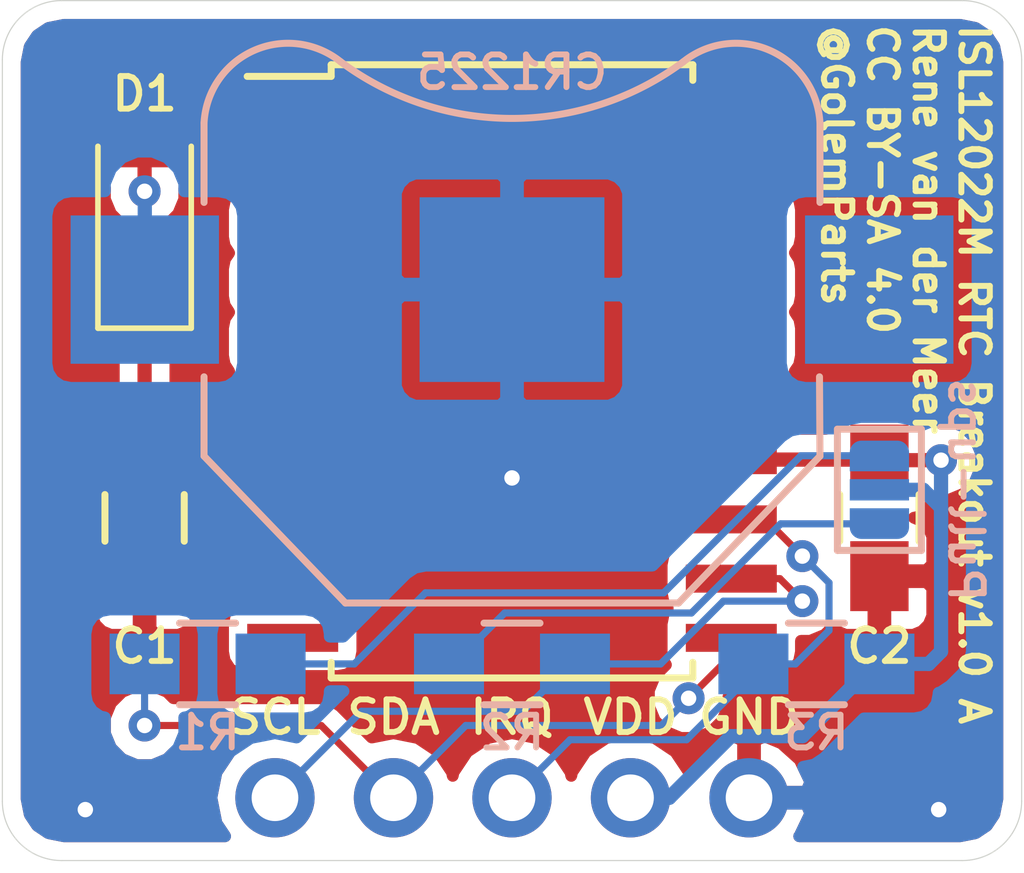
<source format=kicad_pcb>
(kicad_pcb (version 4) (host pcbnew 4.0.5)

  (general
    (links 29)
    (no_connects 1)
    (area 141.465299 59.347099 163.334701 77.812901)
    (thickness 1.6002)
    (drawings 15)
    (tracks 77)
    (zones 0)
    (modules 13)
    (nets 10)
  )

  (page A4)
  (title_block
    (title "ISL12022M RTC Breakout v1.0")
    (date 2017-02-01)
    (rev A)
    (company "Rene van der Meer / rene@golemparts.com / @GolemParts")
    (comment 2 https://creativecommons.org/licenses/by-sa/4.0/.)
    (comment 3 "License. To view a copy of this license, visit")
    (comment 4 "This work is licensed under the Creative Commons Attribution-ShareAlike 4.0 International")
  )

  (layers
    (0 Top signal)
    (31 Bottom signal)
    (36 B.SilkS user)
    (37 F.SilkS user)
    (38 B.Mask user)
    (39 F.Mask user)
    (41 Cmts.User user)
    (44 Edge.Cuts user)
  )

  (setup
    (last_trace_width 0.3048)
    (user_trace_width 0.3048)
    (trace_clearance 0.1524)
    (zone_clearance 0.381)
    (zone_45_only no)
    (trace_min 0.1524)
    (segment_width 0.2)
    (edge_width 0.0254)
    (via_size 0.6858)
    (via_drill 0.3302)
    (via_min_size 0.6858)
    (via_min_drill 0.3302)
    (uvia_size 0.762)
    (uvia_drill 0.508)
    (uvias_allowed no)
    (uvia_min_size 0)
    (uvia_min_drill 0)
    (pcb_text_width 0.3)
    (pcb_text_size 1.5 1.5)
    (mod_edge_width 0.15)
    (mod_text_size 1 1)
    (mod_text_width 0.15)
    (pad_size 0.508 1.27)
    (pad_drill 0)
    (pad_to_mask_clearance 0.0762)
    (aux_axis_origin 0 0)
    (visible_elements FFFFFF7F)
    (pcbplotparams
      (layerselection 0x00030_80000001)
      (usegerberextensions false)
      (excludeedgelayer true)
      (linewidth 0.100000)
      (plotframeref false)
      (viasonmask false)
      (mode 1)
      (useauxorigin false)
      (hpglpennumber 1)
      (hpglpenspeed 20)
      (hpglpendiameter 15)
      (hpglpenoverlay 2)
      (psnegative false)
      (psa4output false)
      (plotreference true)
      (plotvalue true)
      (plotinvisibletext false)
      (padsonsilk false)
      (subtractmaskfromsilk false)
      (outputformat 1)
      (mirror false)
      (drillshape 1)
      (scaleselection 1)
      (outputdirectory ""))
  )

  (net 0 "")
  (net 1 GND)
  (net 2 "Net-(BT1-Pad1)")
  (net 3 VDD)
  (net 4 "Net-(R1-Pad1)")
  (net 5 /IRQ)
  (net 6 /SDA)
  (net 7 /SCL)
  (net 8 /VBAT)
  (net 9 "Net-(R2-Pad1)")

  (net_class Default "This is the default net class."
    (clearance 0.1524)
    (trace_width 0.1524)
    (via_dia 0.6858)
    (via_drill 0.3302)
    (uvia_dia 0.762)
    (uvia_drill 0.508)
    (add_net /IRQ)
    (add_net /SCL)
    (add_net /SDA)
    (add_net /VBAT)
    (add_net GND)
    (add_net "Net-(BT1-Pad1)")
    (add_net "Net-(R1-Pad1)")
    (add_net "Net-(R2-Pad1)")
    (add_net VDD)
  )

  (module Golemparts:VIA-0.6mm (layer Top) (tedit 586C277E) (tstamp 586C2FCE)
    (at 143.256 76.708 180)
    (fp_text reference REF** (at 0 1.27 180) (layer F.SilkS) hide
      (effects (font (size 1 1) (thickness 0.15)))
    )
    (fp_text value VIA-0.6mm (at 0 -1.27 180) (layer F.Fab) hide
      (effects (font (size 1 1) (thickness 0.15)))
    )
    (pad 1 thru_hole circle (at 0 0 180) (size 0.6858 0.6858) (drill 0.3302) (layers *.Cu)
      (net 1 GND) (zone_connect 2))
  )

  (module Golemparts:VIA-0.6mm (layer Top) (tedit 586C277E) (tstamp 586C2FC8)
    (at 161.544 76.708 180)
    (fp_text reference REF** (at 0 1.27 180) (layer F.SilkS) hide
      (effects (font (size 1 1) (thickness 0.15)))
    )
    (fp_text value VIA-0.6mm (at 0 -1.27 180) (layer F.Fab) hide
      (effects (font (size 1 1) (thickness 0.15)))
    )
    (pad 1 thru_hole circle (at 0 0 180) (size 0.6858 0.6858) (drill 0.3302) (layers *.Cu)
      (net 1 GND) (zone_connect 2))
  )

  (module Resistors_SMD:R_0805_HandSoldering (layer Bottom) (tedit 588E89EC) (tstamp 586B0044)
    (at 145.876 73.5838 180)
    (descr "Resistor SMD 0805, hand soldering")
    (tags "resistor 0805")
    (path /586AD791)
    (attr smd)
    (fp_text reference R1 (at 0 -1.4732 180) (layer B.SilkS)
      (effects (font (size 0.7 0.7) (thickness 0.127)) (justify mirror))
    )
    (fp_text value 4.7k (at 0 -2.1 180) (layer B.Fab) hide
      (effects (font (size 1 1) (thickness 0.15)) (justify mirror))
    )
    (fp_line (start -1 -0.625) (end -1 0.625) (layer B.Fab) (width 0.1))
    (fp_line (start 1 -0.625) (end -1 -0.625) (layer B.Fab) (width 0.1))
    (fp_line (start 1 0.625) (end 1 -0.625) (layer B.Fab) (width 0.1))
    (fp_line (start -1 0.625) (end 1 0.625) (layer B.Fab) (width 0.1))
    (fp_line (start -2.4 1) (end 2.4 1) (layer B.CrtYd) (width 0.05))
    (fp_line (start -2.4 -1) (end 2.4 -1) (layer B.CrtYd) (width 0.05))
    (fp_line (start -2.4 1) (end -2.4 -1) (layer B.CrtYd) (width 0.05))
    (fp_line (start 2.4 1) (end 2.4 -1) (layer B.CrtYd) (width 0.05))
    (fp_line (start 0.6 -0.875) (end -0.6 -0.875) (layer B.SilkS) (width 0.15))
    (fp_line (start -0.6 0.875) (end 0.6 0.875) (layer B.SilkS) (width 0.15))
    (pad 1 smd rect (at -1.35 0 180) (size 1.5 1.3) (layers Bottom B.Mask)
      (net 4 "Net-(R1-Pad1)"))
    (pad 2 smd rect (at 1.35 0 180) (size 1.5 1.3) (layers Bottom B.Mask)
      (net 6 /SDA))
    (model Resistors_SMD.3dshapes/R_0805_HandSoldering.wrl
      (at (xyz 0 0 0))
      (scale (xyz 1 1 1))
      (rotate (xyz 0 0 0))
    )
  )

  (module Capacitors_SMD:C_0805_HandSoldering (layer Top) (tedit 588E89AA) (tstamp 586B0029)
    (at 144.526 70.4523 270)
    (descr "Capacitor SMD 0805, hand soldering")
    (tags "capacitor 0805")
    (path /586AD721)
    (attr smd)
    (fp_text reference C1 (at 2.7505 0 360) (layer F.SilkS)
      (effects (font (size 0.7 0.7) (thickness 0.127)))
    )
    (fp_text value 0.1µF (at 0 2.1 270) (layer F.Fab) hide
      (effects (font (size 1 1) (thickness 0.15)))
    )
    (fp_line (start -1 0.625) (end -1 -0.625) (layer F.Fab) (width 0.15))
    (fp_line (start 1 0.625) (end -1 0.625) (layer F.Fab) (width 0.15))
    (fp_line (start 1 -0.625) (end 1 0.625) (layer F.Fab) (width 0.15))
    (fp_line (start -1 -0.625) (end 1 -0.625) (layer F.Fab) (width 0.15))
    (fp_line (start -2.3 -1) (end 2.3 -1) (layer F.CrtYd) (width 0.05))
    (fp_line (start -2.3 1) (end 2.3 1) (layer F.CrtYd) (width 0.05))
    (fp_line (start -2.3 -1) (end -2.3 1) (layer F.CrtYd) (width 0.05))
    (fp_line (start 2.3 -1) (end 2.3 1) (layer F.CrtYd) (width 0.05))
    (fp_line (start 0.5 -0.85) (end -0.5 -0.85) (layer F.SilkS) (width 0.15))
    (fp_line (start -0.5 0.85) (end 0.5 0.85) (layer F.SilkS) (width 0.15))
    (pad 1 smd rect (at -1.25 0 270) (size 1.5 1.25) (layers Top F.Mask)
      (net 8 /VBAT))
    (pad 2 smd rect (at 1.25 0 270) (size 1.5 1.25) (layers Top F.Mask)
      (net 1 GND))
    (model Capacitors_SMD.3dshapes/C_0805_HandSoldering.wrl
      (at (xyz 0 0 0))
      (scale (xyz 1 1 1))
      (rotate (xyz 0 0 0))
    )
  )

  (module Capacitors_SMD:C_0805_HandSoldering (layer Top) (tedit 588E89C0) (tstamp 586B002F)
    (at 160.274 70.4523 270)
    (descr "Capacitor SMD 0805, hand soldering")
    (tags "capacitor 0805")
    (path /586AF4EE)
    (attr smd)
    (fp_text reference C2 (at 2.7505 0 360) (layer F.SilkS)
      (effects (font (size 0.7 0.7) (thickness 0.127)))
    )
    (fp_text value 0.1µF (at 0 2.1 270) (layer F.Fab) hide
      (effects (font (size 1 1) (thickness 0.15)))
    )
    (fp_line (start -1 0.625) (end -1 -0.625) (layer F.Fab) (width 0.15))
    (fp_line (start 1 0.625) (end -1 0.625) (layer F.Fab) (width 0.15))
    (fp_line (start 1 -0.625) (end 1 0.625) (layer F.Fab) (width 0.15))
    (fp_line (start -1 -0.625) (end 1 -0.625) (layer F.Fab) (width 0.15))
    (fp_line (start -2.3 -1) (end 2.3 -1) (layer F.CrtYd) (width 0.05))
    (fp_line (start -2.3 1) (end 2.3 1) (layer F.CrtYd) (width 0.05))
    (fp_line (start -2.3 -1) (end -2.3 1) (layer F.CrtYd) (width 0.05))
    (fp_line (start 2.3 -1) (end 2.3 1) (layer F.CrtYd) (width 0.05))
    (fp_line (start 0.5 -0.85) (end -0.5 -0.85) (layer F.SilkS) (width 0.15))
    (fp_line (start -0.5 0.85) (end 0.5 0.85) (layer F.SilkS) (width 0.15))
    (pad 1 smd rect (at -1.25 0 270) (size 1.5 1.25) (layers Top F.Mask)
      (net 3 VDD))
    (pad 2 smd rect (at 1.25 0 270) (size 1.5 1.25) (layers Top F.Mask)
      (net 1 GND))
    (model Capacitors_SMD.3dshapes/C_0805_HandSoldering.wrl
      (at (xyz 0 0 0))
      (scale (xyz 1 1 1))
      (rotate (xyz 0 0 0))
    )
  )

  (module Diodes_SMD:SOD-123 (layer Top) (tedit 588E89C8) (tstamp 586B0035)
    (at 144.526 64.135 90)
    (descr SOD-123)
    (tags SOD-123)
    (path /586AEC19)
    (attr smd)
    (fp_text reference D1 (at 2.77495 0 180) (layer F.SilkS)
      (effects (font (size 0.7 0.7) (thickness 0.127)))
    )
    (fp_text value BAT43 (at 0 2.1 90) (layer F.Fab) hide
      (effects (font (size 1 1) (thickness 0.15)))
    )
    (fp_line (start -2.25 -1) (end -2.25 1) (layer F.SilkS) (width 0.12))
    (fp_line (start 0.25 0) (end 0.75 0) (layer F.Fab) (width 0.1))
    (fp_line (start 0.25 0.4) (end -0.35 0) (layer F.Fab) (width 0.1))
    (fp_line (start 0.25 -0.4) (end 0.25 0.4) (layer F.Fab) (width 0.1))
    (fp_line (start -0.35 0) (end 0.25 -0.4) (layer F.Fab) (width 0.1))
    (fp_line (start -0.35 0) (end -0.35 0.55) (layer F.Fab) (width 0.1))
    (fp_line (start -0.35 0) (end -0.35 -0.55) (layer F.Fab) (width 0.1))
    (fp_line (start -0.75 0) (end -0.35 0) (layer F.Fab) (width 0.1))
    (fp_line (start -1.4 0.9) (end -1.4 -0.9) (layer F.Fab) (width 0.1))
    (fp_line (start 1.4 0.9) (end -1.4 0.9) (layer F.Fab) (width 0.1))
    (fp_line (start 1.4 -0.9) (end 1.4 0.9) (layer F.Fab) (width 0.1))
    (fp_line (start -1.4 -0.9) (end 1.4 -0.9) (layer F.Fab) (width 0.1))
    (fp_line (start -2.35 -1.15) (end 2.35 -1.15) (layer F.CrtYd) (width 0.05))
    (fp_line (start 2.35 -1.15) (end 2.35 1.15) (layer F.CrtYd) (width 0.05))
    (fp_line (start 2.35 1.15) (end -2.35 1.15) (layer F.CrtYd) (width 0.05))
    (fp_line (start -2.35 -1.15) (end -2.35 1.15) (layer F.CrtYd) (width 0.05))
    (fp_line (start -2.25 1) (end 1.65 1) (layer F.SilkS) (width 0.12))
    (fp_line (start -2.25 -1) (end 1.65 -1) (layer F.SilkS) (width 0.12))
    (pad 1 smd rect (at -1.65 0 90) (size 0.9 1.2) (layers Top F.Mask)
      (net 8 /VBAT))
    (pad 2 smd rect (at 1.65 0 90) (size 0.9 1.2) (layers Top F.Mask)
      (net 2 "Net-(BT1-Pad1)"))
    (model ${KISYS3DMOD}/Diodes_SMD.3dshapes/SOD-123.wrl
      (at (xyz 0 0 0))
      (scale (xyz 1 1 1))
      (rotate (xyz 0 0 0))
    )
  )

  (module Resistors_SMD:R_0805_HandSoldering (layer Bottom) (tedit 588E89F4) (tstamp 586B004A)
    (at 152.4 73.5838)
    (descr "Resistor SMD 0805, hand soldering")
    (tags "resistor 0805")
    (path /586AD7B9)
    (attr smd)
    (fp_text reference R2 (at 0 1.4732) (layer B.SilkS)
      (effects (font (size 0.7 0.7) (thickness 0.127)) (justify mirror))
    )
    (fp_text value 4.7k (at 0 -2.1) (layer B.Fab) hide
      (effects (font (size 1 1) (thickness 0.15)) (justify mirror))
    )
    (fp_line (start -1 -0.625) (end -1 0.625) (layer B.Fab) (width 0.1))
    (fp_line (start 1 -0.625) (end -1 -0.625) (layer B.Fab) (width 0.1))
    (fp_line (start 1 0.625) (end 1 -0.625) (layer B.Fab) (width 0.1))
    (fp_line (start -1 0.625) (end 1 0.625) (layer B.Fab) (width 0.1))
    (fp_line (start -2.4 1) (end 2.4 1) (layer B.CrtYd) (width 0.05))
    (fp_line (start -2.4 -1) (end 2.4 -1) (layer B.CrtYd) (width 0.05))
    (fp_line (start -2.4 1) (end -2.4 -1) (layer B.CrtYd) (width 0.05))
    (fp_line (start 2.4 1) (end 2.4 -1) (layer B.CrtYd) (width 0.05))
    (fp_line (start 0.6 -0.875) (end -0.6 -0.875) (layer B.SilkS) (width 0.15))
    (fp_line (start -0.6 0.875) (end 0.6 0.875) (layer B.SilkS) (width 0.15))
    (pad 1 smd rect (at -1.35 0) (size 1.5 1.3) (layers Bottom B.Mask)
      (net 9 "Net-(R2-Pad1)"))
    (pad 2 smd rect (at 1.35 0) (size 1.5 1.3) (layers Bottom B.Mask)
      (net 7 /SCL))
    (model Resistors_SMD.3dshapes/R_0805_HandSoldering.wrl
      (at (xyz 0 0 0))
      (scale (xyz 1 1 1))
      (rotate (xyz 0 0 0))
    )
  )

  (module Resistors_SMD:R_0805_HandSoldering (layer Bottom) (tedit 588E89DF) (tstamp 586B0050)
    (at 158.924 73.5838 180)
    (descr "Resistor SMD 0805, hand soldering")
    (tags "resistor 0805")
    (path /586AD7E0)
    (attr smd)
    (fp_text reference R3 (at 0 -1.4732 180) (layer B.SilkS)
      (effects (font (size 0.7 0.7) (thickness 0.127)) (justify mirror))
    )
    (fp_text value 10k (at 0 -2.1 180) (layer B.Fab) hide
      (effects (font (size 1 1) (thickness 0.15)) (justify mirror))
    )
    (fp_line (start -1 -0.625) (end -1 0.625) (layer B.Fab) (width 0.1))
    (fp_line (start 1 -0.625) (end -1 -0.625) (layer B.Fab) (width 0.1))
    (fp_line (start 1 0.625) (end 1 -0.625) (layer B.Fab) (width 0.1))
    (fp_line (start -1 0.625) (end 1 0.625) (layer B.Fab) (width 0.1))
    (fp_line (start -2.4 1) (end 2.4 1) (layer B.CrtYd) (width 0.05))
    (fp_line (start -2.4 -1) (end 2.4 -1) (layer B.CrtYd) (width 0.05))
    (fp_line (start -2.4 1) (end -2.4 -1) (layer B.CrtYd) (width 0.05))
    (fp_line (start 2.4 1) (end 2.4 -1) (layer B.CrtYd) (width 0.05))
    (fp_line (start 0.6 -0.875) (end -0.6 -0.875) (layer B.SilkS) (width 0.15))
    (fp_line (start -0.6 0.875) (end 0.6 0.875) (layer B.SilkS) (width 0.15))
    (pad 1 smd rect (at -1.35 0 180) (size 1.5 1.3) (layers Bottom B.Mask)
      (net 3 VDD))
    (pad 2 smd rect (at 1.35 0 180) (size 1.5 1.3) (layers Bottom B.Mask)
      (net 5 /IRQ))
    (model Resistors_SMD.3dshapes/R_0805_HandSoldering.wrl
      (at (xyz 0 0 0))
      (scale (xyz 1 1 1))
      (rotate (xyz 0 0 0))
    )
  )

  (module Housings_SOIC:SOIC-20W_7.5x12.8mm_Pitch1.27mm (layer Top) (tedit 588E89B1) (tstamp 586B006E)
    (at 152.4 67.31)
    (descr "20-Lead Plastic Small Outline (SO) - Wide, 7.50 mm Body [SOIC] (see Microchip Packaging Specification 00000049BS.pdf)")
    (tags "SOIC 1.27")
    (path /586AD6E6)
    (attr smd)
    (fp_text reference U1 (at 0 -7.5) (layer F.SilkS) hide
      (effects (font (size 1 1) (thickness 0.15)))
    )
    (fp_text value ISL12022M (at 0 7.5) (layer F.Fab) hide
      (effects (font (size 1 1) (thickness 0.15)))
    )
    (fp_line (start -2.75 -6.4) (end 3.75 -6.4) (layer F.Fab) (width 0.15))
    (fp_line (start 3.75 -6.4) (end 3.75 6.4) (layer F.Fab) (width 0.15))
    (fp_line (start 3.75 6.4) (end -3.75 6.4) (layer F.Fab) (width 0.15))
    (fp_line (start -3.75 6.4) (end -3.75 -5.4) (layer F.Fab) (width 0.15))
    (fp_line (start -3.75 -5.4) (end -2.75 -6.4) (layer F.Fab) (width 0.15))
    (fp_line (start -5.95 -6.75) (end -5.95 6.75) (layer F.CrtYd) (width 0.05))
    (fp_line (start 5.95 -6.75) (end 5.95 6.75) (layer F.CrtYd) (width 0.05))
    (fp_line (start -5.95 -6.75) (end 5.95 -6.75) (layer F.CrtYd) (width 0.05))
    (fp_line (start -5.95 6.75) (end 5.95 6.75) (layer F.CrtYd) (width 0.05))
    (fp_line (start -3.875 -6.575) (end -3.875 -6.325) (layer F.SilkS) (width 0.15))
    (fp_line (start 3.875 -6.575) (end 3.875 -6.24) (layer F.SilkS) (width 0.15))
    (fp_line (start 3.875 6.575) (end 3.875 6.24) (layer F.SilkS) (width 0.15))
    (fp_line (start -3.875 6.575) (end -3.875 6.24) (layer F.SilkS) (width 0.15))
    (fp_line (start -3.875 -6.575) (end 3.875 -6.575) (layer F.SilkS) (width 0.15))
    (fp_line (start -3.875 6.575) (end 3.875 6.575) (layer F.SilkS) (width 0.15))
    (fp_line (start -3.875 -6.325) (end -5.675 -6.325) (layer F.SilkS) (width 0.15))
    (pad 1 smd rect (at -4.7 -5.715) (size 1.95 0.6) (layers Top F.Mask))
    (pad 2 smd rect (at -4.7 -4.445) (size 1.95 0.6) (layers Top F.Mask))
    (pad 3 smd rect (at -4.7 -3.175) (size 1.95 0.6) (layers Top F.Mask))
    (pad 4 smd rect (at -4.7 -1.905) (size 1.95 0.6) (layers Top F.Mask))
    (pad 5 smd rect (at -4.7 -0.635) (size 1.95 0.6) (layers Top F.Mask))
    (pad 6 smd rect (at -4.7 0.635) (size 1.95 0.6) (layers Top F.Mask)
      (net 1 GND))
    (pad 7 smd rect (at -4.7 1.905) (size 1.95 0.6) (layers Top F.Mask)
      (net 8 /VBAT))
    (pad 8 smd rect (at -4.7 3.175) (size 1.95 0.6) (layers Top F.Mask)
      (net 1 GND))
    (pad 9 smd rect (at -4.7 4.445) (size 1.95 0.6) (layers Top F.Mask))
    (pad 10 smd rect (at -4.7 5.715) (size 1.95 0.6) (layers Top F.Mask))
    (pad 11 smd rect (at 4.7 5.715) (size 1.95 0.6) (layers Top F.Mask)
      (net 6 /SDA))
    (pad 12 smd rect (at 4.7 4.445) (size 1.95 0.6) (layers Top F.Mask)
      (net 7 /SCL))
    (pad 13 smd rect (at 4.7 3.175) (size 1.95 0.6) (layers Top F.Mask)
      (net 5 /IRQ))
    (pad 14 smd rect (at 4.7 1.905) (size 1.95 0.6) (layers Top F.Mask)
      (net 3 VDD))
    (pad 15 smd rect (at 4.7 0.635) (size 1.95 0.6) (layers Top F.Mask)
      (net 1 GND))
    (pad 16 smd rect (at 4.7 -0.635) (size 1.95 0.6) (layers Top F.Mask))
    (pad 17 smd rect (at 4.7 -1.905) (size 1.95 0.6) (layers Top F.Mask))
    (pad 18 smd rect (at 4.7 -3.175) (size 1.95 0.6) (layers Top F.Mask))
    (pad 19 smd rect (at 4.7 -4.445) (size 1.95 0.6) (layers Top F.Mask))
    (pad 20 smd rect (at 4.7 -5.715) (size 1.95 0.6) (layers Top F.Mask))
    (model Housings_SOIC.3dshapes/SOIC-20_7.5x12.8mm_Pitch1.27mm.wrl
      (at (xyz 0 0 0))
      (scale (xyz 1 1 1))
      (rotate (xyz 0 0 0))
    )
  )

  (module Golemparts:Pin_Header_Straight_1x05_Pitch2.54mm (layer Top) (tedit 588E89A5) (tstamp 586B018C)
    (at 157.48 76.454 270)
    (descr "Through hole straight pin header, 1x05, 2.54mm pitch, single row")
    (tags "Through hole pin header THT 1x05 2.54mm single row")
    (path /586AD80E)
    (fp_text reference P1 (at 0 -2.39 270) (layer F.SilkS) hide
      (effects (font (size 1 1) (thickness 0.15)))
    )
    (fp_text value "Breakout header" (at 0 12.55 270) (layer F.Fab) hide
      (effects (font (size 1 1) (thickness 0.15)))
    )
    (fp_line (start -1.27 -1.27) (end -1.27 11.43) (layer F.Fab) (width 0.1))
    (fp_line (start -1.27 11.43) (end 1.27 11.43) (layer F.Fab) (width 0.1))
    (fp_line (start 1.27 11.43) (end 1.27 -1.27) (layer F.Fab) (width 0.1))
    (fp_line (start 1.27 -1.27) (end -1.27 -1.27) (layer F.Fab) (width 0.1))
    (fp_line (start -1.6 -1.6) (end -1.6 11.7) (layer F.CrtYd) (width 0.05))
    (fp_line (start -1.6 11.7) (end 1.6 11.7) (layer F.CrtYd) (width 0.05))
    (fp_line (start 1.6 11.7) (end 1.6 -1.6) (layer F.CrtYd) (width 0.05))
    (fp_line (start 1.6 -1.6) (end -1.6 -1.6) (layer F.CrtYd) (width 0.05))
    (pad 1 thru_hole oval (at 0 0 270) (size 1.7 1.7) (drill 1) (layers *.Cu *.Mask)
      (net 1 GND))
    (pad 2 thru_hole oval (at 0 2.54 270) (size 1.7 1.7) (drill 1) (layers *.Cu *.Mask)
      (net 3 VDD))
    (pad 3 thru_hole oval (at 0 5.08 270) (size 1.7 1.7) (drill 1) (layers *.Cu *.Mask)
      (net 5 /IRQ))
    (pad 4 thru_hole oval (at 0 7.62 270) (size 1.7 1.7) (drill 1) (layers *.Cu *.Mask)
      (net 6 /SDA))
    (pad 5 thru_hole oval (at 0 10.16 270) (size 1.7 1.7) (drill 1) (layers *.Cu *.Mask)
      (net 7 /SCL))
    (model Pin_Headers.3dshapes/Pin_Header_Straight_1x05_Pitch2.54mm.wrl
      (at (xyz 0 -0.2 0))
      (scale (xyz 1 1 1))
      (rotate (xyz 0 0 90))
    )
  )

  (module Golemparts:VIA-0.6mm (layer Top) (tedit 586C277E) (tstamp 586C2FB8)
    (at 152.4 69.596 180)
    (fp_text reference REF** (at 0 1.27 180) (layer F.SilkS) hide
      (effects (font (size 1 1) (thickness 0.15)))
    )
    (fp_text value VIA-0.6mm (at 0 -1.27 180) (layer F.Fab) hide
      (effects (font (size 1 1) (thickness 0.15)))
    )
    (pad 1 thru_hole circle (at 0 0 180) (size 0.6858 0.6858) (drill 0.3302) (layers *.Cu)
      (net 1 GND) (zone_connect 2))
  )

  (module Golemparts:3000 (layer Bottom) (tedit 588E89D8) (tstamp 58781D44)
    (at 152.4 65.5574 180)
    (descr "Keystone 3000 CR1225")
    (tags "Keystone Battery Holder 3000 CR1225 BR1225 CR1220 CR1216")
    (path /586AE1C4)
    (fp_text reference BT1 (at 0 -7.62 180) (layer B.SilkS) hide
      (effects (font (size 1 1) (thickness 0.15)) (justify mirror))
    )
    (fp_text value CR1225 (at 0 6.09 180) (layer B.Fab) hide
      (effects (font (size 1 1) (thickness 0.15)) (justify mirror))
    )
    (fp_line (start -6.6 3.57) (end -6.6 1.87) (layer B.SilkS) (width 0.15))
    (fp_arc (start 0 9.83) (end 3.671626 4.885301) (angle -73.20449481) (layer B.SilkS) (width 0.15))
    (fp_text user CR1225 (at 0 4.66 180) (layer B.SilkS)
      (effects (font (size 0.7 0.7) (thickness 0.127)) (justify mirror))
    )
    (fp_line (start 3.57 -6.72) (end -3.57 -6.72) (layer B.SilkS) (width 0.15))
    (fp_arc (start -4.8 3.48) (end -6.6 3.57) (angle -125.9073373) (layer B.SilkS) (width 0.15))
    (fp_line (start 6.6 -3.57) (end 3.57 -6.72) (layer B.SilkS) (width 0.15))
    (fp_line (start 6.6 -1.87) (end 6.6 -3.57) (layer B.SilkS) (width 0.15))
    (fp_line (start -6.6 -3.57) (end -3.57 -6.72) (layer B.SilkS) (width 0.15))
    (fp_line (start -6.59 -1.87) (end -6.6 -3.57) (layer B.SilkS) (width 0.15))
    (fp_line (start 6.6 3.57) (end 6.6 1.87) (layer B.SilkS) (width 0.15))
    (fp_arc (start 4.8 3.48) (end 6.6 3.57) (angle 125.9) (layer B.SilkS) (width 0.15))
    (pad 2 smd rect (at 0 0 180) (size 3.96 3.96) (layers Bottom B.Mask)
      (net 1 GND))
    (pad 1 smd rect (at -7.87 0 180) (size 3.18 3.18) (layers Bottom B.Mask)
      (net 2 "Net-(BT1-Pad1)"))
    (pad 1 smd rect (at 7.87 0 180) (size 3.18 3.18) (layers Bottom B.Mask)
      (net 2 "Net-(BT1-Pad1)"))
  )

  (module Golemparts:Solder_Jumper_Dual_NO_SMD (layer Bottom) (tedit 58922A93) (tstamp 589226F5)
    (at 160.274 69.85 270)
    (descr "Solder bridge jumper oval NO")
    (tags "solder bridge jumper oval NO normally open")
    (path /5892438B)
    (attr smd)
    (fp_text reference SJ1 (at 0 1.905 270) (layer B.SilkS) hide
      (effects (font (size 1 1) (thickness 0.15)) (justify mirror))
    )
    (fp_text value Solder_Jumper_NO_Dual (at 0 -2.1 270) (layer B.Fab)
      (effects (font (size 1 1) (thickness 0.15)) (justify mirror))
    )
    (fp_line (start -0.8 0.6858) (end 0.8 0.6858) (layer B.Mask) (width 0.1016))
    (fp_line (start 1.3 0.9) (end 1.3 -0.9) (layer B.SilkS) (width 0.15))
    (fp_line (start 1.3 -0.9) (end -1.3 -0.9) (layer B.SilkS) (width 0.15))
    (fp_line (start -1.3 0.9) (end 1.3 0.9) (layer B.SilkS) (width 0.15))
    (fp_line (start -1.3 0.9) (end -1.3 -0.9) (layer B.SilkS) (width 0.15))
    (fp_line (start -0.8 -0.6858) (end 0.8 -0.6858) (layer B.Mask) (width 0.1016))
    (fp_line (start -0.29 -0.66) (end -0.29 0.6608) (layer B.Mask) (width 0.1016))
    (fp_line (start 0.33 -0.66) (end 0.33 0.6608) (layer B.Mask) (width 0.1016))
    (fp_line (start -0.18 -0.6608) (end -0.18 0.66) (layer B.Mask) (width 0.1016))
    (fp_line (start 0.18 -0.6508) (end 0.18 0.67) (layer B.Mask) (width 0.1016))
    (fp_line (start 0.29 -0.66) (end 0.29 0.6608) (layer B.Mask) (width 0.1016))
    (fp_line (start -0.33 -0.66) (end -0.33 0.6608) (layer B.Mask) (width 0.1016))
    (pad 1 smd rect (at -0.6 0 270) (size 0.4064 1.27) (layers Bottom B.Mask)
      (net 4 "Net-(R1-Pad1)") (solder_mask_margin 0.0254))
    (pad 3 smd rect (at 0.6 0 270) (size 0.4064 1.27) (layers Bottom B.Mask)
      (net 9 "Net-(R2-Pad1)") (solder_mask_margin 0.0254))
    (pad 3 smd oval (at 0.8 0 270) (size 0.508 1.27) (layers Bottom B.Mask)
      (net 9 "Net-(R2-Pad1)") (solder_mask_margin 0.1016))
    (pad 1 smd oval (at -0.8 0 90) (size 0.508 1.27) (layers Bottom B.Mask)
      (net 4 "Net-(R1-Pad1)") (solder_mask_margin 0.1016))
    (pad 1 smd rect (at -0.73 0 270) (size 0.3556 1.016) (layers Bottom B.Mask)
      (net 4 "Net-(R1-Pad1)") (solder_mask_margin 0.0254))
    (pad 3 smd rect (at 0.73 0 270) (size 0.3556 1.016) (layers Bottom B.Mask)
      (net 9 "Net-(R2-Pad1)") (solder_mask_margin 0.0254))
    (pad 2 smd rect (at 0 0 270) (size 0.4572 1.27) (layers Bottom B.Mask)
      (net 3 VDD) (solder_mask_margin 0.0254))
  )

  (gr_text "ISL12022M RTC Breakout v1.0 A\nRene van der Meer\nCC BY-SA 4.0\n@GolemParts" (at 160.8328 59.817 270) (layer F.SilkS)
    (effects (font (size 0.61 0.61) (thickness 0.127)) (justify left))
  )
  (gr_text Pull-ups (at 162.1282 69.85 270) (layer B.SilkS)
    (effects (font (size 0.7 0.7) (thickness 0.127)) (justify mirror))
  )
  (gr_text SDA (at 149.86 74.7268) (layer F.SilkS) (tstamp 586C53FB)
    (effects (font (size 0.7 0.7) (thickness 0.127)))
  )
  (gr_text SCL (at 147.32 74.7268) (layer F.SilkS) (tstamp 586C53F1)
    (effects (font (size 0.7 0.7) (thickness 0.127)))
  )
  (gr_text IRQ (at 152.4 74.7268) (layer F.SilkS) (tstamp 586C53E7)
    (effects (font (size 0.7 0.7) (thickness 0.127)))
  )
  (gr_text VDD (at 154.94 74.7268) (layer F.SilkS) (tstamp 586C53D9)
    (effects (font (size 0.7 0.7) (thickness 0.127)))
  )
  (gr_text GND (at 157.48 74.7268) (layer F.SilkS)
    (effects (font (size 0.7 0.7) (thickness 0.127)))
  )
  (gr_arc (start 162.052 60.6298) (end 162.052 59.3598) (angle 90) (layer Edge.Cuts) (width 0.0254))
  (gr_arc (start 142.748 60.6298) (end 141.478 60.6298) (angle 90) (layer Edge.Cuts) (width 0.0254))
  (gr_arc (start 142.748 76.5302) (end 142.748 77.8002) (angle 90) (layer Edge.Cuts) (width 0.0254))
  (gr_arc (start 162.052 76.5302) (end 163.322 76.5302) (angle 90) (layer Edge.Cuts) (width 0.0254))
  (gr_line (start 163.322 76.5302) (end 163.322 60.6298) (layer Edge.Cuts) (width 0.0254))
  (gr_line (start 142.748 77.8002) (end 162.052 77.8002) (layer Edge.Cuts) (width 0.0254))
  (gr_line (start 141.478 60.6298) (end 141.478 76.5302) (layer Edge.Cuts) (width 0.0254))
  (gr_line (start 162.052 59.3598) (end 142.748 59.3598) (layer Edge.Cuts) (width 0.0254))

  (segment (start 144.526 63.4492) (end 144.526 62.485) (width 0.3048) (layer Top) (net 2) (status 20))
  (segment (start 144.53 65.5574) (end 144.53 63.4532) (width 0.3048) (layer Bottom) (net 2) (status 10))
  (segment (start 144.53 63.4532) (end 144.526 63.4492) (width 0.3048) (layer Bottom) (net 2))
  (via (at 144.526 63.4492) (size 0.6858) (drill 0.3302) (layers Top Bottom) (net 2))
  (segment (start 161.5948 69.215) (end 161.5948 70.5993) (width 0.3048) (layer Bottom) (net 3))
  (segment (start 161.5948 70.5993) (end 161.5948 73.3178) (width 0.3048) (layer Bottom) (net 3))
  (segment (start 160.274 69.85) (end 161.2138 69.85) (width 0.3048) (layer Bottom) (net 3) (status 10))
  (segment (start 161.2138 69.85) (end 161.5948 70.231) (width 0.3048) (layer Bottom) (net 3))
  (segment (start 161.5948 70.231) (end 161.5948 70.5993) (width 0.3048) (layer Bottom) (net 3))
  (segment (start 161.5948 69.215) (end 160.2867 69.215) (width 0.3048) (layer Top) (net 3) (status 20))
  (segment (start 160.2867 69.215) (end 160.274 69.2023) (width 0.3048) (layer Top) (net 3) (status 30))
  (via (at 161.5948 69.215) (size 0.6858) (drill 0.3302) (layers Top Bottom) (net 3))
  (segment (start 160.3883 69.088) (end 160.274 69.2023) (width 0.3048) (layer Top) (net 3) (status 30))
  (segment (start 160.274 73.5838) (end 161.3288 73.5838) (width 0.3048) (layer Bottom) (net 3) (status 10))
  (segment (start 161.3288 73.5838) (end 161.5948 73.3178) (width 0.3048) (layer Bottom) (net 3))
  (segment (start 160.274 69.2023) (end 160.655 69.2023) (width 0.3048) (layer Top) (net 3) (status 30))
  (segment (start 157.091694 75.1332) (end 158.6246 75.1332) (width 0.3048) (layer Bottom) (net 3))
  (segment (start 158.6246 75.1332) (end 160.174 73.5838) (width 0.3048) (layer Bottom) (net 3) (status 20))
  (segment (start 160.174 73.5838) (end 160.274 73.5838) (width 0.3048) (layer Bottom) (net 3) (status 30))
  (segment (start 154.94 76.454) (end 155.770894 76.454) (width 0.3048) (layer Bottom) (net 3) (status 30))
  (segment (start 155.770894 76.454) (end 157.091694 75.1332) (width 0.3048) (layer Bottom) (net 3) (status 10))
  (segment (start 160.274 69.2023) (end 157.1127 69.2023) (width 0.3048) (layer Top) (net 3) (status 30))
  (segment (start 157.1127 69.2023) (end 157.1 69.215) (width 0.3048) (layer Top) (net 3) (status 30))
  (segment (start 154.94 76.454) (end 155.6766 76.454) (width 0.3048) (layer Bottom) (net 3) (status 30))
  (segment (start 147.226 73.5838) (end 149.0218 73.5838) (width 0.1524) (layer Bottom) (net 4) (status 10))
  (segment (start 149.0218 73.5838) (end 150.5458 72.0598) (width 0.1524) (layer Bottom) (net 4))
  (segment (start 150.5458 72.0598) (end 155.6512 72.0598) (width 0.1524) (layer Bottom) (net 4))
  (segment (start 155.6512 72.0598) (end 158.591 69.12) (width 0.1524) (layer Bottom) (net 4))
  (segment (start 158.591 69.12) (end 160.274 69.12) (width 0.1524) (layer Bottom) (net 4) (status 20))
  (segment (start 147.326 73.5838) (end 147.226 73.5838) (width 0.1524) (layer Bottom) (net 4) (status 30))
  (segment (start 147.226 73.5838) (end 147.4216 73.5838) (width 0.1524) (layer Bottom) (net 4) (status 30))
  (segment (start 158.623 71.2724) (end 157.8356 70.485) (width 0.1524) (layer Top) (net 5) (status 20))
  (segment (start 157.8356 70.485) (end 157.1 70.485) (width 0.1524) (layer Top) (net 5) (status 30))
  (segment (start 159.194501 72.865699) (end 159.194501 71.843901) (width 0.1524) (layer Bottom) (net 5))
  (segment (start 159.194501 71.843901) (end 158.623 71.2724) (width 0.1524) (layer Bottom) (net 5))
  (segment (start 158.4764 73.5838) (end 159.194501 72.865699) (width 0.1524) (layer Bottom) (net 5))
  (segment (start 157.574 73.5838) (end 158.4764 73.5838) (width 0.1524) (layer Bottom) (net 5) (status 10))
  (segment (start 153.6446 75.2094) (end 156.141422 75.2094) (width 0.1524) (layer Bottom) (net 5))
  (segment (start 156.141422 75.2094) (end 157.574 73.776822) (width 0.1524) (layer Bottom) (net 5) (status 20))
  (segment (start 157.574 73.776822) (end 157.574 73.5838) (width 0.1524) (layer Bottom) (net 5) (status 30))
  (segment (start 152.4 76.454) (end 153.6446 75.2094) (width 0.1524) (layer Bottom) (net 5) (status 10))
  (via (at 158.623 71.2724) (size 0.6858) (drill 0.3302) (layers Top Bottom) (net 5))
  (segment (start 157.574 73.649822) (end 157.574 73.406) (width 0.1524) (layer Bottom) (net 5) (status 30))
  (segment (start 157.61845 73.41235) (end 157.71845 73.41235) (width 0.1524) (layer Bottom) (net 5) (status 30))
  (segment (start 144.526 74.9046) (end 144.526 73.5838) (width 0.1524) (layer Bottom) (net 6) (status 20))
  (segment (start 148.3106 74.9046) (end 144.526 74.9046) (width 0.1524) (layer Top) (net 6))
  (via (at 144.526 74.9046) (size 0.6858) (drill 0.3302) (layers Top Bottom) (net 6))
  (segment (start 149.86 76.454) (end 148.3106 74.9046) (width 0.1524) (layer Top) (net 6) (status 10))
  (segment (start 156.1846 74.3204) (end 157.1 73.405) (width 0.1524) (layer Top) (net 6))
  (segment (start 157.1 73.405) (end 157.1 73.025) (width 0.1524) (layer Top) (net 6) (status 20))
  (segment (start 151.40941 74.90459) (end 155.60041 74.90459) (width 0.1524) (layer Bottom) (net 6))
  (segment (start 155.60041 74.90459) (end 156.1846 74.3204) (width 0.1524) (layer Bottom) (net 6))
  (via (at 156.1846 74.3204) (size 0.6858) (drill 0.3302) (layers Top Bottom) (net 6))
  (segment (start 151.40941 74.90459) (end 149.86 76.454) (width 0.1524) (layer Bottom) (net 6) (status 20))
  (segment (start 144.67045 73.41235) (end 144.57045 73.41235) (width 0.1524) (layer Bottom) (net 6) (status 30))
  (segment (start 158.623 72.2376) (end 158.1404 71.755) (width 0.1524) (layer Top) (net 7))
  (segment (start 158.1404 71.755) (end 157.1 71.755) (width 0.1524) (layer Top) (net 7) (status 20))
  (segment (start 155.584718 73.5838) (end 156.930918 72.2376) (width 0.1524) (layer Bottom) (net 7))
  (segment (start 156.930918 72.2376) (end 158.623 72.2376) (width 0.1524) (layer Bottom) (net 7))
  (segment (start 147.32 76.454) (end 149.17422 74.59978) (width 0.1524) (layer Bottom) (net 7) (status 10))
  (segment (start 149.17422 74.59978) (end 152.63402 74.59978) (width 0.1524) (layer Bottom) (net 7))
  (segment (start 152.63402 74.59978) (end 153.65 73.5838) (width 0.1524) (layer Bottom) (net 7) (status 20))
  (segment (start 153.65 73.5838) (end 153.75 73.5838) (width 0.1524) (layer Bottom) (net 7) (status 30))
  (segment (start 153.75 73.5838) (end 155.584718 73.5838) (width 0.1524) (layer Bottom) (net 7) (status 10))
  (via (at 158.623 72.2376) (size 0.6858) (drill 0.3302) (layers Top Bottom) (net 7))
  (segment (start 153.65 73.406) (end 153.75 73.406) (width 0.1524) (layer Bottom) (net 7) (status 30))
  (segment (start 153.69445 73.41235) (end 153.79445 73.41235) (width 0.1524) (layer Bottom) (net 7) (status 30))
  (segment (start 144.526 69.2023) (end 144.526 65.785) (width 0.3048) (layer Top) (net 8) (status 30))
  (segment (start 147.7 69.215) (end 144.5387 69.215) (width 0.3048) (layer Top) (net 8) (status 30))
  (segment (start 144.5387 69.215) (end 144.526 69.2023) (width 0.3048) (layer Top) (net 8) (status 30))
  (segment (start 156.245852 72.4916) (end 158.157452 70.58) (width 0.1524) (layer Bottom) (net 9))
  (segment (start 158.157452 70.58) (end 160.274 70.58) (width 0.1524) (layer Bottom) (net 9) (status 20))
  (segment (start 151.15 73.5838) (end 152.2422 72.4916) (width 0.1524) (layer Bottom) (net 9) (status 10))
  (segment (start 152.2422 72.4916) (end 156.245852 72.4916) (width 0.1524) (layer Bottom) (net 9))
  (segment (start 151.15 73.5838) (end 151.05 73.5838) (width 0.3048) (layer Bottom) (net 9) (status 30))
  (segment (start 151.15 73.406) (end 151.05 73.406) (width 0.3048) (layer Bottom) (net 9) (status 30))
  (segment (start 151.19445 73.41235) (end 151.09445 73.41235) (width 0.3048) (layer Bottom) (net 9) (status 30))

  (zone (net 1) (net_name GND) (layer Top) (tstamp 0) (hatch edge 0.508)
    (connect_pads (clearance 0.381))
    (min_thickness 0.254)
    (fill yes (arc_segments 16) (thermal_gap 0.381) (thermal_bridge_width 0.508))
    (polygon
      (pts
        (xy 163.3728 77.9018) (xy 163.3728 59.3598) (xy 141.478 59.3598) (xy 141.4272 77.8764)
      )
    )
    (filled_polygon
      (pts
        (xy 162.334841 59.946962) (xy 162.574621 60.107177) (xy 162.734838 60.346959) (xy 162.8013 60.681085) (xy 162.8013 76.478915)
        (xy 162.734838 76.813041) (xy 162.574621 77.052823) (xy 162.334841 77.213038) (xy 162.000715 77.2795) (xy 158.554457 77.2795)
        (xy 158.566463 77.268734) (xy 158.795546 76.790945) (xy 158.705059 76.581) (xy 157.607 76.581) (xy 157.607 76.601)
        (xy 157.353 76.601) (xy 157.353 76.581) (xy 157.333 76.581) (xy 157.333 76.327) (xy 157.353 76.327)
        (xy 157.353 75.229569) (xy 157.607 75.229569) (xy 157.607 76.327) (xy 158.705059 76.327) (xy 158.795546 76.117055)
        (xy 158.566463 75.639266) (xy 158.171976 75.285513) (xy 157.816943 75.138465) (xy 157.607 75.229569) (xy 157.353 75.229569)
        (xy 157.143057 75.138465) (xy 156.788024 75.285513) (xy 156.393537 75.639266) (xy 156.215212 76.011192) (xy 156.194628 75.907711)
        (xy 155.900251 75.467144) (xy 155.459684 75.172767) (xy 154.94 75.069395) (xy 154.420316 75.172767) (xy 153.979749 75.467144)
        (xy 153.685372 75.907711) (xy 153.67 75.984991) (xy 153.654628 75.907711) (xy 153.360251 75.467144) (xy 152.919684 75.172767)
        (xy 152.4 75.069395) (xy 151.880316 75.172767) (xy 151.439749 75.467144) (xy 151.145372 75.907711) (xy 151.13 75.984991)
        (xy 151.114628 75.907711) (xy 150.820251 75.467144) (xy 150.379684 75.172767) (xy 149.86 75.069395) (xy 149.394227 75.162043)
        (xy 148.723692 74.491508) (xy 148.719807 74.488912) (xy 155.333553 74.488912) (xy 155.462822 74.801766) (xy 155.701975 75.041337)
        (xy 156.014603 75.171152) (xy 156.353112 75.171447) (xy 156.665966 75.042178) (xy 156.905537 74.803025) (xy 157.035352 74.490397)
        (xy 157.035522 74.295662) (xy 157.488232 73.842952) (xy 158.075 73.842952) (xy 158.263253 73.80753) (xy 158.436153 73.696272)
        (xy 158.552145 73.526512) (xy 158.592952 73.325) (xy 158.592952 73.088474) (xy 158.791512 73.088647) (xy 159.104366 72.959378)
        (xy 159.271158 72.792878) (xy 159.361241 72.882961) (xy 159.547952 72.9603) (xy 160.02 72.9603) (xy 160.147 72.8333)
        (xy 160.147 71.8293) (xy 160.401 71.8293) (xy 160.401 72.8333) (xy 160.528 72.9603) (xy 161.000048 72.9603)
        (xy 161.186759 72.882961) (xy 161.329662 72.740058) (xy 161.407 72.553347) (xy 161.407 71.9563) (xy 161.28 71.8293)
        (xy 160.401 71.8293) (xy 160.147 71.8293) (xy 160.127 71.8293) (xy 160.127 71.5753) (xy 160.147 71.5753)
        (xy 160.147 71.5553) (xy 160.401 71.5553) (xy 160.401 71.5753) (xy 161.28 71.5753) (xy 161.407 71.4483)
        (xy 161.407 70.851253) (xy 161.329662 70.664542) (xy 161.186759 70.521639) (xy 161.011567 70.449071) (xy 161.087253 70.43483)
        (xy 161.260153 70.323572) (xy 161.376145 70.153812) (xy 161.396368 70.053945) (xy 161.424803 70.065752) (xy 161.763312 70.066047)
        (xy 162.076166 69.936778) (xy 162.315737 69.697625) (xy 162.445552 69.384997) (xy 162.445847 69.046488) (xy 162.316578 68.733634)
        (xy 162.077425 68.494063) (xy 161.764797 68.364248) (xy 161.426288 68.363953) (xy 161.402201 68.373906) (xy 161.38153 68.264047)
        (xy 161.270272 68.091147) (xy 161.100512 67.975155) (xy 160.899 67.934348) (xy 159.649 67.934348) (xy 159.460747 67.96977)
        (xy 159.287847 68.081028) (xy 159.171855 68.250788) (xy 159.131048 68.4523) (xy 159.131048 68.5419) (xy 158.49652 68.5419)
        (xy 158.505661 68.532759) (xy 158.583 68.346048) (xy 158.583 68.199) (xy 158.456 68.072) (xy 157.227 68.072)
        (xy 157.227 68.092) (xy 156.973 68.092) (xy 156.973 68.072) (xy 155.744 68.072) (xy 155.617 68.199)
        (xy 155.617 68.346048) (xy 155.694339 68.532759) (xy 155.740085 68.578505) (xy 155.647855 68.713488) (xy 155.607048 68.915)
        (xy 155.607048 69.515) (xy 155.64247 69.703253) (xy 155.737949 69.851631) (xy 155.647855 69.983488) (xy 155.607048 70.185)
        (xy 155.607048 70.785) (xy 155.64247 70.973253) (xy 155.737949 71.121631) (xy 155.647855 71.253488) (xy 155.607048 71.455)
        (xy 155.607048 72.055) (xy 155.64247 72.243253) (xy 155.737949 72.391631) (xy 155.647855 72.523488) (xy 155.607048 72.725)
        (xy 155.607048 73.325) (xy 155.64247 73.513253) (xy 155.699684 73.602166) (xy 155.463663 73.837775) (xy 155.333848 74.150403)
        (xy 155.333553 74.488912) (xy 148.719807 74.488912) (xy 148.619628 74.421975) (xy 148.534164 74.36487) (xy 148.3106 74.3204)
        (xy 145.145123 74.3204) (xy 145.008625 74.183663) (xy 144.695997 74.053848) (xy 144.357488 74.053553) (xy 144.044634 74.182822)
        (xy 143.805063 74.421975) (xy 143.675248 74.734603) (xy 143.674953 75.073112) (xy 143.804222 75.385966) (xy 144.043375 75.625537)
        (xy 144.356003 75.755352) (xy 144.694512 75.755647) (xy 145.007366 75.626378) (xy 145.145184 75.4888) (xy 146.345279 75.4888)
        (xy 146.065372 75.907711) (xy 145.962 76.427395) (xy 145.962 76.480605) (xy 146.065372 77.000289) (xy 146.251935 77.2795)
        (xy 142.799285 77.2795) (xy 142.465159 77.213038) (xy 142.225377 77.052821) (xy 142.065162 76.813041) (xy 141.9987 76.478915)
        (xy 141.9987 71.9563) (xy 143.393 71.9563) (xy 143.393 72.553347) (xy 143.470338 72.740058) (xy 143.613241 72.882961)
        (xy 143.799952 72.9603) (xy 144.272 72.9603) (xy 144.399 72.8333) (xy 144.399 71.8293) (xy 144.653 71.8293)
        (xy 144.653 72.8333) (xy 144.78 72.9603) (xy 145.252048 72.9603) (xy 145.438759 72.882961) (xy 145.581662 72.740058)
        (xy 145.659 72.553347) (xy 145.659 71.9563) (xy 145.532 71.8293) (xy 144.653 71.8293) (xy 144.399 71.8293)
        (xy 143.52 71.8293) (xy 143.393 71.9563) (xy 141.9987 71.9563) (xy 141.9987 68.4523) (xy 143.383048 68.4523)
        (xy 143.383048 69.9523) (xy 143.41847 70.140553) (xy 143.529728 70.313453) (xy 143.699488 70.429445) (xy 143.791051 70.447987)
        (xy 143.613241 70.521639) (xy 143.470338 70.664542) (xy 143.393 70.851253) (xy 143.393 71.4483) (xy 143.52 71.5753)
        (xy 144.399 71.5753) (xy 144.399 71.5553) (xy 144.653 71.5553) (xy 144.653 71.5753) (xy 145.532 71.5753)
        (xy 145.6523 71.455) (xy 146.207048 71.455) (xy 146.207048 72.055) (xy 146.24247 72.243253) (xy 146.337949 72.391631)
        (xy 146.247855 72.523488) (xy 146.207048 72.725) (xy 146.207048 73.325) (xy 146.24247 73.513253) (xy 146.353728 73.686153)
        (xy 146.523488 73.802145) (xy 146.725 73.842952) (xy 148.675 73.842952) (xy 148.863253 73.80753) (xy 149.036153 73.696272)
        (xy 149.152145 73.526512) (xy 149.192952 73.325) (xy 149.192952 72.725) (xy 149.15753 72.536747) (xy 149.062051 72.388369)
        (xy 149.152145 72.256512) (xy 149.192952 72.055) (xy 149.192952 71.455) (xy 149.15753 71.266747) (xy 149.061268 71.117152)
        (xy 149.105661 71.072759) (xy 149.183 70.886048) (xy 149.183 70.739) (xy 149.056 70.612) (xy 147.827 70.612)
        (xy 147.827 70.632) (xy 147.573 70.632) (xy 147.573 70.612) (xy 146.344 70.612) (xy 146.217 70.739)
        (xy 146.217 70.886048) (xy 146.294339 71.072759) (xy 146.340085 71.118505) (xy 146.247855 71.253488) (xy 146.207048 71.455)
        (xy 145.6523 71.455) (xy 145.659 71.4483) (xy 145.659 70.851253) (xy 145.581662 70.664542) (xy 145.438759 70.521639)
        (xy 145.263567 70.449071) (xy 145.339253 70.43483) (xy 145.512153 70.323572) (xy 145.628145 70.153812) (xy 145.668952 69.9523)
        (xy 145.668952 69.8754) (xy 146.31618 69.8754) (xy 146.294339 69.897241) (xy 146.217 70.083952) (xy 146.217 70.231)
        (xy 146.344 70.358) (xy 147.573 70.358) (xy 147.573 70.338) (xy 147.827 70.338) (xy 147.827 70.358)
        (xy 149.056 70.358) (xy 149.183 70.231) (xy 149.183 70.083952) (xy 149.105661 69.897241) (xy 149.059915 69.851495)
        (xy 149.152145 69.716512) (xy 149.192952 69.515) (xy 149.192952 68.915) (xy 149.15753 68.726747) (xy 149.061268 68.577152)
        (xy 149.105661 68.532759) (xy 149.183 68.346048) (xy 149.183 68.199) (xy 149.056 68.072) (xy 147.827 68.072)
        (xy 147.827 68.092) (xy 147.573 68.092) (xy 147.573 68.072) (xy 146.344 68.072) (xy 146.217 68.199)
        (xy 146.217 68.346048) (xy 146.294339 68.532759) (xy 146.31618 68.5546) (xy 145.668952 68.5546) (xy 145.668952 68.4523)
        (xy 145.63353 68.264047) (xy 145.522272 68.091147) (xy 145.352512 67.975155) (xy 145.1864 67.941517) (xy 145.1864 66.741587)
        (xy 145.314253 66.71753) (xy 145.487153 66.606272) (xy 145.603145 66.436512) (xy 145.643952 66.235) (xy 145.643952 65.335)
        (xy 145.60853 65.146747) (xy 145.497272 64.973847) (xy 145.327512 64.857855) (xy 145.126 64.817048) (xy 143.926 64.817048)
        (xy 143.737747 64.85247) (xy 143.564847 64.963728) (xy 143.448855 65.133488) (xy 143.408048 65.335) (xy 143.408048 66.235)
        (xy 143.44347 66.423253) (xy 143.554728 66.596153) (xy 143.724488 66.712145) (xy 143.8656 66.740721) (xy 143.8656 67.941009)
        (xy 143.712747 67.96977) (xy 143.539847 68.081028) (xy 143.423855 68.250788) (xy 143.383048 68.4523) (xy 141.9987 68.4523)
        (xy 141.9987 62.035) (xy 143.408048 62.035) (xy 143.408048 62.935) (xy 143.44347 63.123253) (xy 143.554728 63.296153)
        (xy 143.675162 63.378442) (xy 143.674953 63.617712) (xy 143.804222 63.930566) (xy 144.043375 64.170137) (xy 144.356003 64.299952)
        (xy 144.694512 64.300247) (xy 145.007366 64.170978) (xy 145.246937 63.931825) (xy 145.376752 63.619197) (xy 145.376963 63.377177)
        (xy 145.487153 63.306272) (xy 145.603145 63.136512) (xy 145.643952 62.935) (xy 145.643952 62.035) (xy 145.60853 61.846747)
        (xy 145.497272 61.673847) (xy 145.327512 61.557855) (xy 145.126 61.517048) (xy 143.926 61.517048) (xy 143.737747 61.55247)
        (xy 143.564847 61.663728) (xy 143.448855 61.833488) (xy 143.408048 62.035) (xy 141.9987 62.035) (xy 141.9987 61.295)
        (xy 146.207048 61.295) (xy 146.207048 61.895) (xy 146.24247 62.083253) (xy 146.337949 62.231631) (xy 146.247855 62.363488)
        (xy 146.207048 62.565) (xy 146.207048 63.165) (xy 146.24247 63.353253) (xy 146.337949 63.501631) (xy 146.247855 63.633488)
        (xy 146.207048 63.835) (xy 146.207048 64.435) (xy 146.24247 64.623253) (xy 146.337949 64.771631) (xy 146.247855 64.903488)
        (xy 146.207048 65.105) (xy 146.207048 65.705) (xy 146.24247 65.893253) (xy 146.337949 66.041631) (xy 146.247855 66.173488)
        (xy 146.207048 66.375) (xy 146.207048 66.975) (xy 146.24247 67.163253) (xy 146.338732 67.312848) (xy 146.294339 67.357241)
        (xy 146.217 67.543952) (xy 146.217 67.691) (xy 146.344 67.818) (xy 147.573 67.818) (xy 147.573 67.798)
        (xy 147.827 67.798) (xy 147.827 67.818) (xy 149.056 67.818) (xy 149.183 67.691) (xy 149.183 67.543952)
        (xy 149.105661 67.357241) (xy 149.059915 67.311495) (xy 149.152145 67.176512) (xy 149.192952 66.975) (xy 149.192952 66.375)
        (xy 149.15753 66.186747) (xy 149.062051 66.038369) (xy 149.152145 65.906512) (xy 149.192952 65.705) (xy 149.192952 65.105)
        (xy 149.15753 64.916747) (xy 149.062051 64.768369) (xy 149.152145 64.636512) (xy 149.192952 64.435) (xy 149.192952 63.835)
        (xy 149.15753 63.646747) (xy 149.062051 63.498369) (xy 149.152145 63.366512) (xy 149.192952 63.165) (xy 149.192952 62.565)
        (xy 149.15753 62.376747) (xy 149.062051 62.228369) (xy 149.152145 62.096512) (xy 149.192952 61.895) (xy 149.192952 61.295)
        (xy 155.607048 61.295) (xy 155.607048 61.895) (xy 155.64247 62.083253) (xy 155.737949 62.231631) (xy 155.647855 62.363488)
        (xy 155.607048 62.565) (xy 155.607048 63.165) (xy 155.64247 63.353253) (xy 155.737949 63.501631) (xy 155.647855 63.633488)
        (xy 155.607048 63.835) (xy 155.607048 64.435) (xy 155.64247 64.623253) (xy 155.737949 64.771631) (xy 155.647855 64.903488)
        (xy 155.607048 65.105) (xy 155.607048 65.705) (xy 155.64247 65.893253) (xy 155.737949 66.041631) (xy 155.647855 66.173488)
        (xy 155.607048 66.375) (xy 155.607048 66.975) (xy 155.64247 67.163253) (xy 155.738732 67.312848) (xy 155.694339 67.357241)
        (xy 155.617 67.543952) (xy 155.617 67.691) (xy 155.744 67.818) (xy 156.973 67.818) (xy 156.973 67.798)
        (xy 157.227 67.798) (xy 157.227 67.818) (xy 158.456 67.818) (xy 158.583 67.691) (xy 158.583 67.543952)
        (xy 158.505661 67.357241) (xy 158.459915 67.311495) (xy 158.552145 67.176512) (xy 158.592952 66.975) (xy 158.592952 66.375)
        (xy 158.55753 66.186747) (xy 158.462051 66.038369) (xy 158.552145 65.906512) (xy 158.592952 65.705) (xy 158.592952 65.105)
        (xy 158.55753 64.916747) (xy 158.462051 64.768369) (xy 158.552145 64.636512) (xy 158.592952 64.435) (xy 158.592952 63.835)
        (xy 158.55753 63.646747) (xy 158.462051 63.498369) (xy 158.552145 63.366512) (xy 158.592952 63.165) (xy 158.592952 62.565)
        (xy 158.55753 62.376747) (xy 158.462051 62.228369) (xy 158.552145 62.096512) (xy 158.592952 61.895) (xy 158.592952 61.295)
        (xy 158.55753 61.106747) (xy 158.446272 60.933847) (xy 158.276512 60.817855) (xy 158.075 60.777048) (xy 156.125 60.777048)
        (xy 155.936747 60.81247) (xy 155.763847 60.923728) (xy 155.647855 61.093488) (xy 155.607048 61.295) (xy 149.192952 61.295)
        (xy 149.15753 61.106747) (xy 149.046272 60.933847) (xy 148.876512 60.817855) (xy 148.675 60.777048) (xy 146.725 60.777048)
        (xy 146.536747 60.81247) (xy 146.363847 60.923728) (xy 146.247855 61.093488) (xy 146.207048 61.295) (xy 141.9987 61.295)
        (xy 141.9987 60.681085) (xy 142.065162 60.346959) (xy 142.225377 60.107179) (xy 142.465159 59.946962) (xy 142.799285 59.8805)
        (xy 162.000715 59.8805)
      )
    )
  )
  (zone (net 1) (net_name GND) (layer Bottom) (tstamp 0) (hatch edge 0.508)
    (connect_pads (clearance 0.381))
    (min_thickness 0.254)
    (fill yes (arc_segments 16) (thermal_gap 0.381) (thermal_bridge_width 0.508))
    (polygon
      (pts
        (xy 163.3728 77.9018) (xy 163.3728 59.3598) (xy 141.478 59.3598) (xy 141.4272 77.8764)
      )
    )
    (filled_polygon
      (pts
        (xy 162.334841 59.946962) (xy 162.574621 60.107177) (xy 162.734838 60.346959) (xy 162.8013 60.681085) (xy 162.8013 76.478915)
        (xy 162.734838 76.813041) (xy 162.574621 77.052823) (xy 162.334841 77.213038) (xy 162.000715 77.2795) (xy 158.554457 77.2795)
        (xy 158.566463 77.268734) (xy 158.795546 76.790945) (xy 158.705059 76.581) (xy 157.607 76.581) (xy 157.607 76.601)
        (xy 157.353 76.601) (xy 157.353 76.581) (xy 157.333 76.581) (xy 157.333 76.327) (xy 157.353 76.327)
        (xy 157.353 76.307) (xy 157.607 76.307) (xy 157.607 76.327) (xy 158.705059 76.327) (xy 158.795546 76.117055)
        (xy 158.63908 75.79072) (xy 158.877324 75.74333) (xy 159.091573 75.600173) (xy 159.939995 74.751752) (xy 161.024 74.751752)
        (xy 161.212253 74.71633) (xy 161.385153 74.605072) (xy 161.501145 74.435312) (xy 161.541952 74.2338) (xy 161.541952 74.201801)
        (xy 161.581524 74.19393) (xy 161.795773 74.050773) (xy 162.061773 73.784773) (xy 162.20493 73.570524) (xy 162.2552 73.3178)
        (xy 162.2552 69.758056) (xy 162.315737 69.697625) (xy 162.445552 69.384997) (xy 162.445847 69.046488) (xy 162.316578 68.733634)
        (xy 162.077425 68.494063) (xy 161.764797 68.364248) (xy 161.426288 68.363953) (xy 161.160327 68.473846) (xy 160.968998 68.346004)
        (xy 160.677393 68.288) (xy 159.870607 68.288) (xy 159.579002 68.346004) (xy 159.331792 68.511185) (xy 159.315345 68.5358)
        (xy 158.591 68.5358) (xy 158.367436 68.58027) (xy 158.177908 68.706908) (xy 155.409216 71.4756) (xy 150.5458 71.4756)
        (xy 150.322236 71.52007) (xy 150.132708 71.646708) (xy 150.132706 71.646711) (xy 148.779816 72.9996) (xy 148.493952 72.9996)
        (xy 148.493952 72.9338) (xy 148.45853 72.745547) (xy 148.347272 72.572647) (xy 148.177512 72.456655) (xy 147.976 72.415848)
        (xy 146.476 72.415848) (xy 146.287747 72.45127) (xy 146.114847 72.562528) (xy 145.998855 72.732288) (xy 145.958048 72.9338)
        (xy 145.958048 74.2338) (xy 145.99347 74.422053) (xy 146.104728 74.594953) (xy 146.274488 74.710945) (xy 146.476 74.751752)
        (xy 147.976 74.751752) (xy 148.164253 74.71633) (xy 148.337153 74.605072) (xy 148.453145 74.435312) (xy 148.493952 74.2338)
        (xy 148.493952 74.168) (xy 148.789097 74.168) (xy 148.761128 74.186688) (xy 147.785773 75.162043) (xy 147.32 75.069395)
        (xy 146.800316 75.172767) (xy 146.359749 75.467144) (xy 146.065372 75.907711) (xy 145.962 76.427395) (xy 145.962 76.480605)
        (xy 146.065372 77.000289) (xy 146.251935 77.2795) (xy 142.799285 77.2795) (xy 142.465159 77.213038) (xy 142.225377 77.052821)
        (xy 142.065162 76.813041) (xy 141.9987 76.478915) (xy 141.9987 72.9338) (xy 143.258048 72.9338) (xy 143.258048 74.2338)
        (xy 143.29347 74.422053) (xy 143.404728 74.594953) (xy 143.574488 74.710945) (xy 143.676494 74.731602) (xy 143.675248 74.734603)
        (xy 143.674953 75.073112) (xy 143.804222 75.385966) (xy 144.043375 75.625537) (xy 144.356003 75.755352) (xy 144.694512 75.755647)
        (xy 145.007366 75.626378) (xy 145.246937 75.387225) (xy 145.376752 75.074597) (xy 145.377047 74.736088) (xy 145.375763 74.73298)
        (xy 145.464253 74.71633) (xy 145.637153 74.605072) (xy 145.753145 74.435312) (xy 145.793952 74.2338) (xy 145.793952 72.9338)
        (xy 145.75853 72.745547) (xy 145.647272 72.572647) (xy 145.477512 72.456655) (xy 145.276 72.415848) (xy 143.776 72.415848)
        (xy 143.587747 72.45127) (xy 143.414847 72.562528) (xy 143.298855 72.732288) (xy 143.258048 72.9338) (xy 141.9987 72.9338)
        (xy 141.9987 63.9674) (xy 142.422048 63.9674) (xy 142.422048 67.1474) (xy 142.45747 67.335653) (xy 142.568728 67.508553)
        (xy 142.738488 67.624545) (xy 142.94 67.665352) (xy 146.12 67.665352) (xy 146.308253 67.62993) (xy 146.481153 67.518672)
        (xy 146.597145 67.348912) (xy 146.637952 67.1474) (xy 146.637952 65.8114) (xy 149.912 65.8114) (xy 149.912 67.638448)
        (xy 149.989339 67.825159) (xy 150.132242 67.968062) (xy 150.318953 68.0454) (xy 152.146 68.0454) (xy 152.273 67.9184)
        (xy 152.273 65.6844) (xy 152.527 65.6844) (xy 152.527 67.9184) (xy 152.654 68.0454) (xy 154.481047 68.0454)
        (xy 154.667758 67.968062) (xy 154.810661 67.825159) (xy 154.888 67.638448) (xy 154.888 65.8114) (xy 154.761 65.6844)
        (xy 152.527 65.6844) (xy 152.273 65.6844) (xy 150.039 65.6844) (xy 149.912 65.8114) (xy 146.637952 65.8114)
        (xy 146.637952 63.9674) (xy 146.60253 63.779147) (xy 146.491272 63.606247) (xy 146.321512 63.490255) (xy 146.252857 63.476352)
        (xy 149.912 63.476352) (xy 149.912 65.3034) (xy 150.039 65.4304) (xy 152.273 65.4304) (xy 152.273 63.1964)
        (xy 152.527 63.1964) (xy 152.527 65.4304) (xy 154.761 65.4304) (xy 154.888 65.3034) (xy 154.888 63.9674)
        (xy 158.162048 63.9674) (xy 158.162048 67.1474) (xy 158.19747 67.335653) (xy 158.308728 67.508553) (xy 158.478488 67.624545)
        (xy 158.68 67.665352) (xy 161.86 67.665352) (xy 162.048253 67.62993) (xy 162.221153 67.518672) (xy 162.337145 67.348912)
        (xy 162.377952 67.1474) (xy 162.377952 63.9674) (xy 162.34253 63.779147) (xy 162.231272 63.606247) (xy 162.061512 63.490255)
        (xy 161.86 63.449448) (xy 158.68 63.449448) (xy 158.491747 63.48487) (xy 158.318847 63.596128) (xy 158.202855 63.765888)
        (xy 158.162048 63.9674) (xy 154.888 63.9674) (xy 154.888 63.476352) (xy 154.810661 63.289641) (xy 154.667758 63.146738)
        (xy 154.481047 63.0694) (xy 152.654 63.0694) (xy 152.527 63.1964) (xy 152.273 63.1964) (xy 152.146 63.0694)
        (xy 150.318953 63.0694) (xy 150.132242 63.146738) (xy 149.989339 63.289641) (xy 149.912 63.476352) (xy 146.252857 63.476352)
        (xy 146.12 63.449448) (xy 145.3769 63.449448) (xy 145.377047 63.280688) (xy 145.247778 62.967834) (xy 145.008625 62.728263)
        (xy 144.695997 62.598448) (xy 144.357488 62.598153) (xy 144.044634 62.727422) (xy 143.805063 62.966575) (xy 143.675248 63.279203)
        (xy 143.6751 63.449448) (xy 142.94 63.449448) (xy 142.751747 63.48487) (xy 142.578847 63.596128) (xy 142.462855 63.765888)
        (xy 142.422048 63.9674) (xy 141.9987 63.9674) (xy 141.9987 60.681085) (xy 142.065162 60.346959) (xy 142.225377 60.107179)
        (xy 142.465159 59.946962) (xy 142.799285 59.8805) (xy 162.000715 59.8805)
      )
    )
  )
)

</source>
